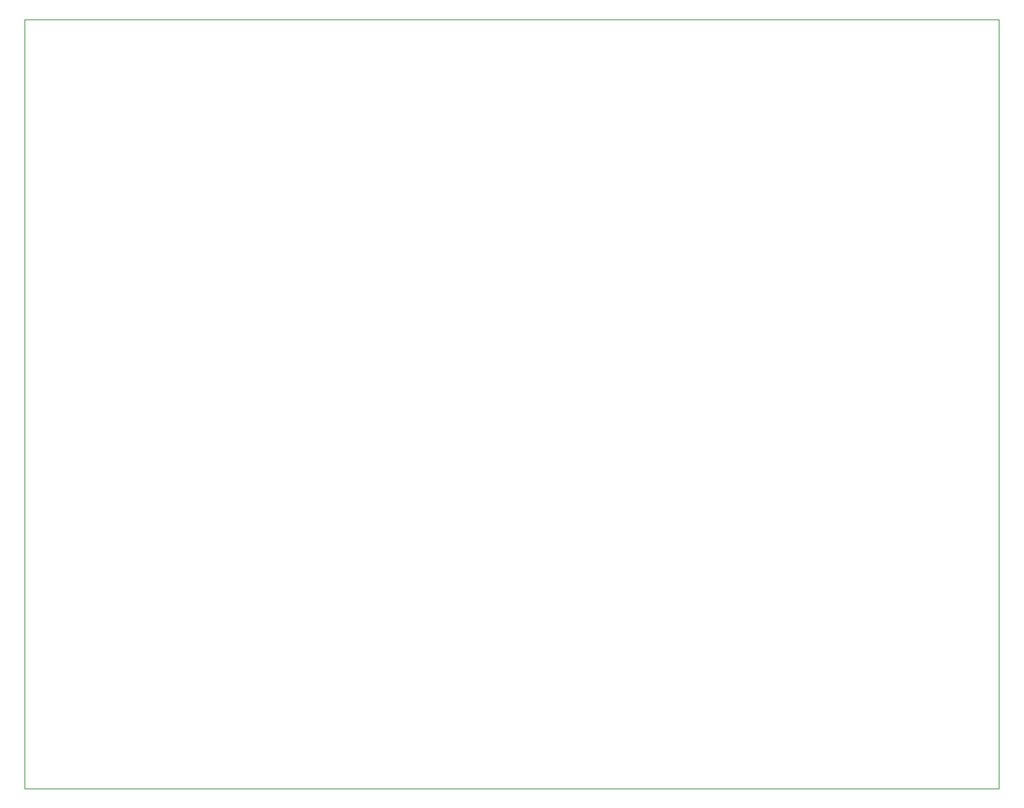
<source format=gbr>
G04 #@! TF.GenerationSoftware,KiCad,Pcbnew,(5.1.4-0-10_14)*
G04 #@! TF.CreationDate,2020-02-04T19:49:50-08:00*
G04 #@! TF.ProjectId,address-register-bank,61646472-6573-4732-9d72-656769737465,rev?*
G04 #@! TF.SameCoordinates,Original*
G04 #@! TF.FileFunction,Profile,NP*
%FSLAX46Y46*%
G04 Gerber Fmt 4.6, Leading zero omitted, Abs format (unit mm)*
G04 Created by KiCad (PCBNEW (5.1.4-0-10_14)) date 2020-02-04 19:49:50*
%MOMM*%
%LPD*%
G04 APERTURE LIST*
%ADD10C,0.100000*%
G04 APERTURE END LIST*
D10*
X-158750000Y-108077000D02*
X-158750000Y-17780000D01*
X-44450000Y-17780000D02*
X-158750000Y-17780000D01*
X-44450000Y-108077000D02*
X-44450000Y-17780000D01*
X-158750000Y-108077000D02*
X-44450000Y-108077000D01*
M02*

</source>
